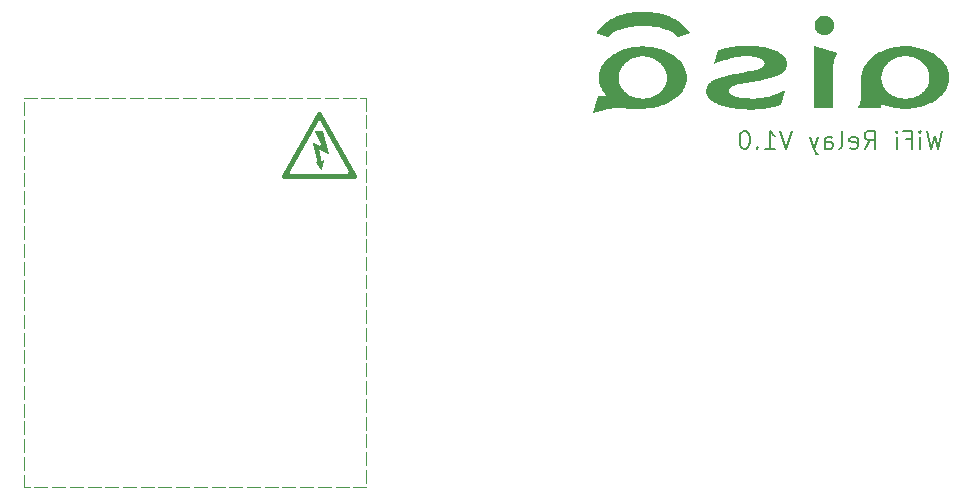
<source format=gbo>
%TF.GenerationSoftware,KiCad,Pcbnew,8.0.2*%
%TF.CreationDate,2024-05-13T19:00:29+03:00*%
%TF.ProjectId,WiFiRelay,57694669-5265-46c6-9179-2e6b69636164,rev?*%
%TF.SameCoordinates,Original*%
%TF.FileFunction,Legend,Bot*%
%TF.FilePolarity,Positive*%
%FSLAX46Y46*%
G04 Gerber Fmt 4.6, Leading zero omitted, Abs format (unit mm)*
G04 Created by KiCad (PCBNEW 8.0.2) date 2024-05-13 19:00:29*
%MOMM*%
%LPD*%
G01*
G04 APERTURE LIST*
%ADD10C,0.200000*%
%ADD11C,0.000000*%
%ADD12C,0.100000*%
%ADD13C,0.400000*%
%ADD14C,0.101600*%
G04 APERTURE END LIST*
D10*
X143755810Y-96806028D02*
X143398667Y-98306028D01*
X143398667Y-98306028D02*
X143112953Y-97234600D01*
X143112953Y-97234600D02*
X142827238Y-98306028D01*
X142827238Y-98306028D02*
X142470096Y-96806028D01*
X141898667Y-98306028D02*
X141898667Y-97306028D01*
X141898667Y-96806028D02*
X141970095Y-96877457D01*
X141970095Y-96877457D02*
X141898667Y-96948885D01*
X141898667Y-96948885D02*
X141827238Y-96877457D01*
X141827238Y-96877457D02*
X141898667Y-96806028D01*
X141898667Y-96806028D02*
X141898667Y-96948885D01*
X140684381Y-97520314D02*
X141184381Y-97520314D01*
X141184381Y-98306028D02*
X141184381Y-96806028D01*
X141184381Y-96806028D02*
X140470095Y-96806028D01*
X139898667Y-98306028D02*
X139898667Y-97306028D01*
X139898667Y-96806028D02*
X139970095Y-96877457D01*
X139970095Y-96877457D02*
X139898667Y-96948885D01*
X139898667Y-96948885D02*
X139827238Y-96877457D01*
X139827238Y-96877457D02*
X139898667Y-96806028D01*
X139898667Y-96806028D02*
X139898667Y-96948885D01*
X137184381Y-98306028D02*
X137684381Y-97591742D01*
X138041524Y-98306028D02*
X138041524Y-96806028D01*
X138041524Y-96806028D02*
X137470095Y-96806028D01*
X137470095Y-96806028D02*
X137327238Y-96877457D01*
X137327238Y-96877457D02*
X137255809Y-96948885D01*
X137255809Y-96948885D02*
X137184381Y-97091742D01*
X137184381Y-97091742D02*
X137184381Y-97306028D01*
X137184381Y-97306028D02*
X137255809Y-97448885D01*
X137255809Y-97448885D02*
X137327238Y-97520314D01*
X137327238Y-97520314D02*
X137470095Y-97591742D01*
X137470095Y-97591742D02*
X138041524Y-97591742D01*
X135970095Y-98234600D02*
X136112952Y-98306028D01*
X136112952Y-98306028D02*
X136398667Y-98306028D01*
X136398667Y-98306028D02*
X136541524Y-98234600D01*
X136541524Y-98234600D02*
X136612952Y-98091742D01*
X136612952Y-98091742D02*
X136612952Y-97520314D01*
X136612952Y-97520314D02*
X136541524Y-97377457D01*
X136541524Y-97377457D02*
X136398667Y-97306028D01*
X136398667Y-97306028D02*
X136112952Y-97306028D01*
X136112952Y-97306028D02*
X135970095Y-97377457D01*
X135970095Y-97377457D02*
X135898667Y-97520314D01*
X135898667Y-97520314D02*
X135898667Y-97663171D01*
X135898667Y-97663171D02*
X136612952Y-97806028D01*
X135041524Y-98306028D02*
X135184381Y-98234600D01*
X135184381Y-98234600D02*
X135255810Y-98091742D01*
X135255810Y-98091742D02*
X135255810Y-96806028D01*
X133827239Y-98306028D02*
X133827239Y-97520314D01*
X133827239Y-97520314D02*
X133898667Y-97377457D01*
X133898667Y-97377457D02*
X134041524Y-97306028D01*
X134041524Y-97306028D02*
X134327239Y-97306028D01*
X134327239Y-97306028D02*
X134470096Y-97377457D01*
X133827239Y-98234600D02*
X133970096Y-98306028D01*
X133970096Y-98306028D02*
X134327239Y-98306028D01*
X134327239Y-98306028D02*
X134470096Y-98234600D01*
X134470096Y-98234600D02*
X134541524Y-98091742D01*
X134541524Y-98091742D02*
X134541524Y-97948885D01*
X134541524Y-97948885D02*
X134470096Y-97806028D01*
X134470096Y-97806028D02*
X134327239Y-97734600D01*
X134327239Y-97734600D02*
X133970096Y-97734600D01*
X133970096Y-97734600D02*
X133827239Y-97663171D01*
X133255810Y-97306028D02*
X132898667Y-98306028D01*
X132541524Y-97306028D02*
X132898667Y-98306028D01*
X132898667Y-98306028D02*
X133041524Y-98663171D01*
X133041524Y-98663171D02*
X133112953Y-98734600D01*
X133112953Y-98734600D02*
X133255810Y-98806028D01*
X131041524Y-96806028D02*
X130541524Y-98306028D01*
X130541524Y-98306028D02*
X130041524Y-96806028D01*
X128755810Y-98306028D02*
X129612953Y-98306028D01*
X129184382Y-98306028D02*
X129184382Y-96806028D01*
X129184382Y-96806028D02*
X129327239Y-97020314D01*
X129327239Y-97020314D02*
X129470096Y-97163171D01*
X129470096Y-97163171D02*
X129612953Y-97234600D01*
X128112954Y-98163171D02*
X128041525Y-98234600D01*
X128041525Y-98234600D02*
X128112954Y-98306028D01*
X128112954Y-98306028D02*
X128184382Y-98234600D01*
X128184382Y-98234600D02*
X128112954Y-98163171D01*
X128112954Y-98163171D02*
X128112954Y-98306028D01*
X127112953Y-96806028D02*
X126970096Y-96806028D01*
X126970096Y-96806028D02*
X126827239Y-96877457D01*
X126827239Y-96877457D02*
X126755811Y-96948885D01*
X126755811Y-96948885D02*
X126684382Y-97091742D01*
X126684382Y-97091742D02*
X126612953Y-97377457D01*
X126612953Y-97377457D02*
X126612953Y-97734600D01*
X126612953Y-97734600D02*
X126684382Y-98020314D01*
X126684382Y-98020314D02*
X126755811Y-98163171D01*
X126755811Y-98163171D02*
X126827239Y-98234600D01*
X126827239Y-98234600D02*
X126970096Y-98306028D01*
X126970096Y-98306028D02*
X127112953Y-98306028D01*
X127112953Y-98306028D02*
X127255811Y-98234600D01*
X127255811Y-98234600D02*
X127327239Y-98163171D01*
X127327239Y-98163171D02*
X127398668Y-98020314D01*
X127398668Y-98020314D02*
X127470096Y-97734600D01*
X127470096Y-97734600D02*
X127470096Y-97377457D01*
X127470096Y-97377457D02*
X127398668Y-97091742D01*
X127398668Y-97091742D02*
X127327239Y-96948885D01*
X127327239Y-96948885D02*
X127255811Y-96877457D01*
X127255811Y-96877457D02*
X127112953Y-96806028D01*
D11*
G36*
X144358138Y-92293074D02*
G01*
X144353316Y-92429516D01*
X144339005Y-92564070D01*
X144315438Y-92696578D01*
X144282848Y-92826877D01*
X144241469Y-92954807D01*
X144191534Y-93080208D01*
X144133275Y-93202918D01*
X144066926Y-93322778D01*
X143992720Y-93439625D01*
X143910890Y-93553300D01*
X143821669Y-93663642D01*
X143725291Y-93770490D01*
X143621988Y-93873683D01*
X143511994Y-93973060D01*
X143395542Y-94068462D01*
X143272865Y-94159726D01*
X143144195Y-94246693D01*
X143009767Y-94329202D01*
X142869813Y-94407091D01*
X142724566Y-94480201D01*
X142574260Y-94548370D01*
X142419128Y-94611437D01*
X142259402Y-94669243D01*
X142095316Y-94721626D01*
X141927104Y-94768425D01*
X141754997Y-94809480D01*
X141579230Y-94844630D01*
X141400035Y-94873715D01*
X141217646Y-94896573D01*
X141032296Y-94913044D01*
X140844217Y-94922967D01*
X140653643Y-94926181D01*
X140653643Y-94928245D01*
X140514675Y-94926409D01*
X140377039Y-94920971D01*
X140240782Y-94912032D01*
X140105951Y-94899697D01*
X139972592Y-94884067D01*
X139840752Y-94865247D01*
X139710479Y-94843339D01*
X139581818Y-94818445D01*
X139454817Y-94790670D01*
X139329523Y-94760116D01*
X139205982Y-94726885D01*
X139084241Y-94691081D01*
X138846346Y-94612166D01*
X138616214Y-94524194D01*
X138616214Y-94892367D01*
X136546543Y-94892367D01*
X136553504Y-94878945D01*
X136566985Y-94858217D01*
X136609781Y-94795262D01*
X136637233Y-94753247D01*
X136667480Y-94704349D01*
X136699589Y-94648672D01*
X136732630Y-94586322D01*
X136765671Y-94517406D01*
X136781900Y-94480518D01*
X136797780Y-94442028D01*
X136813195Y-94401949D01*
X136828027Y-94360294D01*
X136842161Y-94317077D01*
X136855479Y-94272311D01*
X136867866Y-94226009D01*
X136879206Y-94178183D01*
X136889381Y-94128848D01*
X136898275Y-94078017D01*
X136905772Y-94025703D01*
X136911756Y-93971918D01*
X136916110Y-93916677D01*
X136918717Y-93859992D01*
X136923908Y-93728173D01*
X136926345Y-93521135D01*
X136925497Y-92994693D01*
X136918717Y-92285359D01*
X136918415Y-92285065D01*
X136918426Y-92284772D01*
X138618024Y-92284772D01*
X138620630Y-92376158D01*
X138628367Y-92466411D01*
X138641114Y-92555413D01*
X138658751Y-92643049D01*
X138681156Y-92729203D01*
X138708209Y-92813760D01*
X138739789Y-92896602D01*
X138775775Y-92977615D01*
X138816046Y-93056683D01*
X138860482Y-93133689D01*
X138908961Y-93208518D01*
X138961364Y-93281054D01*
X139017568Y-93351181D01*
X139077453Y-93418783D01*
X139140899Y-93483745D01*
X139207784Y-93545950D01*
X139277988Y-93605283D01*
X139351390Y-93661627D01*
X139427869Y-93714868D01*
X139507304Y-93764888D01*
X139589574Y-93811573D01*
X139674559Y-93854806D01*
X139762138Y-93894472D01*
X139852189Y-93930454D01*
X139944593Y-93962636D01*
X140039228Y-93990904D01*
X140135973Y-94015141D01*
X140234708Y-94035231D01*
X140335312Y-94051058D01*
X140437663Y-94062506D01*
X140541642Y-94069460D01*
X140647127Y-94071804D01*
X140653342Y-94071804D01*
X140757077Y-94069472D01*
X140859530Y-94062550D01*
X140960567Y-94051149D01*
X141060058Y-94035382D01*
X141157870Y-94015360D01*
X141253872Y-93991195D01*
X141347932Y-93963000D01*
X141439917Y-93930884D01*
X141529697Y-93894962D01*
X141617139Y-93855343D01*
X141702112Y-93812141D01*
X141784484Y-93765466D01*
X141864122Y-93715432D01*
X141940896Y-93662148D01*
X142014672Y-93605728D01*
X142085320Y-93546283D01*
X142152708Y-93483924D01*
X142216703Y-93418764D01*
X142277175Y-93350914D01*
X142333990Y-93280487D01*
X142387018Y-93207594D01*
X142436127Y-93132346D01*
X142481184Y-93054856D01*
X142522057Y-92975235D01*
X142558616Y-92893595D01*
X142590728Y-92810048D01*
X142618262Y-92724706D01*
X142641084Y-92637680D01*
X142659065Y-92549082D01*
X142672072Y-92459025D01*
X142679972Y-92367619D01*
X142682635Y-92274977D01*
X142679966Y-92182335D01*
X142672048Y-92090929D01*
X142659015Y-92000872D01*
X142640998Y-91912275D01*
X142618131Y-91825249D01*
X142590547Y-91739907D01*
X142558379Y-91656360D01*
X142521760Y-91574721D01*
X142480823Y-91495100D01*
X142435701Y-91417610D01*
X142386527Y-91342363D01*
X142333434Y-91269469D01*
X142276554Y-91199042D01*
X142216021Y-91131193D01*
X142151969Y-91066033D01*
X142084529Y-91003675D01*
X142013834Y-90944230D01*
X141940019Y-90887810D01*
X141863215Y-90834527D01*
X141783556Y-90784493D01*
X141701174Y-90737818D01*
X141616204Y-90694616D01*
X141528777Y-90654998D01*
X141439027Y-90619076D01*
X141347086Y-90586961D01*
X141253088Y-90558765D01*
X141157165Y-90534601D01*
X141059452Y-90514579D01*
X140960079Y-90498812D01*
X140859182Y-90487412D01*
X140756891Y-90480489D01*
X140653342Y-90478157D01*
X140649484Y-90478157D01*
X140543967Y-90480557D01*
X140439946Y-90487675D01*
X140337543Y-90499387D01*
X140236880Y-90515572D01*
X140138078Y-90536105D01*
X140041259Y-90560864D01*
X139946544Y-90589725D01*
X139854055Y-90622566D01*
X139763913Y-90659264D01*
X139676240Y-90699695D01*
X139591157Y-90743737D01*
X139508786Y-90791267D01*
X139429249Y-90842161D01*
X139352667Y-90896296D01*
X139279161Y-90953550D01*
X139208853Y-91013799D01*
X139141865Y-91076921D01*
X139078317Y-91142792D01*
X139018333Y-91211290D01*
X138962032Y-91282290D01*
X138909537Y-91355671D01*
X138860969Y-91431309D01*
X138816451Y-91509082D01*
X138776102Y-91588865D01*
X138740045Y-91670537D01*
X138708401Y-91753973D01*
X138681292Y-91839052D01*
X138658840Y-91925650D01*
X138641165Y-92013644D01*
X138628390Y-92102911D01*
X138620636Y-92193328D01*
X138618024Y-92284772D01*
X136918426Y-92284772D01*
X136923301Y-92149671D01*
X136937798Y-92015983D01*
X136961666Y-91884171D01*
X136994666Y-91754406D01*
X137036559Y-91626857D01*
X137087105Y-91501695D01*
X137146064Y-91379089D01*
X137213196Y-91259210D01*
X137288262Y-91142226D01*
X137371022Y-91028309D01*
X137461237Y-90917628D01*
X137558666Y-90810354D01*
X137663071Y-90706655D01*
X137774211Y-90606702D01*
X137891848Y-90510666D01*
X138015741Y-90418715D01*
X138145650Y-90331021D01*
X138281337Y-90247752D01*
X138422561Y-90169079D01*
X138569082Y-90095172D01*
X138720662Y-90026201D01*
X138877061Y-89962336D01*
X139038038Y-89903747D01*
X139203355Y-89850603D01*
X139372771Y-89803075D01*
X139546047Y-89761332D01*
X139722943Y-89725546D01*
X139903220Y-89695884D01*
X140086638Y-89672519D01*
X140272957Y-89655618D01*
X140461939Y-89645353D01*
X140653342Y-89641894D01*
X141032047Y-89655575D01*
X141399833Y-89695730D01*
X141754835Y-89761029D01*
X142095189Y-89850144D01*
X142419030Y-89961744D01*
X142724492Y-90094500D01*
X143009713Y-90247082D01*
X143272827Y-90418160D01*
X143511969Y-90606404D01*
X143725275Y-90810485D01*
X143821657Y-90918048D01*
X143910881Y-91029072D01*
X143992713Y-91143391D01*
X144066921Y-91260837D01*
X144133272Y-91381246D01*
X144191532Y-91504450D01*
X144241468Y-91630283D01*
X144282848Y-91758580D01*
X144315438Y-91889173D01*
X144339005Y-92021898D01*
X144353316Y-92156587D01*
X144357499Y-92274977D01*
X144358138Y-92293074D01*
G37*
G36*
X127643889Y-89614310D02*
G01*
X127984298Y-89634000D01*
X128148453Y-89648768D01*
X128308605Y-89666817D01*
X128464778Y-89688148D01*
X128616995Y-89712761D01*
X128765278Y-89740655D01*
X128909650Y-89771832D01*
X129050134Y-89806290D01*
X129186753Y-89844030D01*
X129319530Y-89885051D01*
X129448487Y-89929355D01*
X129573649Y-89976940D01*
X129695037Y-90027807D01*
X129807581Y-90081522D01*
X129913082Y-90137604D01*
X130011509Y-90195979D01*
X130102833Y-90256575D01*
X130187023Y-90319317D01*
X130264050Y-90384133D01*
X130333883Y-90450949D01*
X130396492Y-90519691D01*
X130451849Y-90590286D01*
X130499921Y-90662661D01*
X130540680Y-90736742D01*
X130574096Y-90812455D01*
X130600138Y-90889728D01*
X130610385Y-90928926D01*
X130618777Y-90968487D01*
X130625311Y-91008400D01*
X130629982Y-91048657D01*
X130632788Y-91089249D01*
X130633724Y-91130167D01*
X130633049Y-91165931D01*
X130631028Y-91201197D01*
X130627663Y-91235972D01*
X130622958Y-91270261D01*
X130616917Y-91304072D01*
X130609544Y-91337409D01*
X130600842Y-91370280D01*
X130590815Y-91402691D01*
X130579466Y-91434647D01*
X130566799Y-91466156D01*
X130552818Y-91497223D01*
X130537527Y-91527855D01*
X130503026Y-91587838D01*
X130463326Y-91646154D01*
X130418457Y-91702854D01*
X130368447Y-91757988D01*
X130313324Y-91811604D01*
X130253120Y-91863754D01*
X130187861Y-91914488D01*
X130117578Y-91963855D01*
X130042299Y-92011905D01*
X129962054Y-92058688D01*
X129873204Y-92104276D01*
X129772771Y-92149486D01*
X129660751Y-92194315D01*
X129537139Y-92238758D01*
X129401930Y-92282815D01*
X129255118Y-92326481D01*
X129096698Y-92369753D01*
X128926666Y-92412628D01*
X128745016Y-92455104D01*
X128551742Y-92497177D01*
X128130306Y-92580102D01*
X127662317Y-92661381D01*
X127147733Y-92740987D01*
X126956314Y-92768777D01*
X126779484Y-92799385D01*
X126617059Y-92832435D01*
X126468860Y-92867546D01*
X126334702Y-92904340D01*
X126214403Y-92942438D01*
X126107782Y-92981461D01*
X126014656Y-93021031D01*
X125972844Y-93043907D01*
X125933948Y-93066869D01*
X125897936Y-93089994D01*
X125864779Y-93113361D01*
X125834447Y-93137048D01*
X125806909Y-93161133D01*
X125782137Y-93185694D01*
X125760100Y-93210810D01*
X125740768Y-93236559D01*
X125724111Y-93263018D01*
X125716776Y-93276539D01*
X125710098Y-93290267D01*
X125704075Y-93304211D01*
X125698701Y-93318382D01*
X125693973Y-93332790D01*
X125689888Y-93347444D01*
X125686442Y-93362353D01*
X125683631Y-93377529D01*
X125679899Y-93408716D01*
X125678661Y-93441083D01*
X125679129Y-93458804D01*
X125680532Y-93475941D01*
X125682870Y-93492524D01*
X125686144Y-93508581D01*
X125690351Y-93524141D01*
X125695493Y-93539232D01*
X125701568Y-93553884D01*
X125708577Y-93568125D01*
X125716519Y-93581983D01*
X125725393Y-93595487D01*
X125735200Y-93608667D01*
X125745939Y-93621550D01*
X125757610Y-93634166D01*
X125770212Y-93646542D01*
X125783746Y-93658708D01*
X125798210Y-93670693D01*
X125813604Y-93682524D01*
X125829929Y-93694232D01*
X125847183Y-93705843D01*
X125865367Y-93717388D01*
X125904521Y-93740391D01*
X125947389Y-93763471D01*
X125993968Y-93786857D01*
X126044255Y-93810778D01*
X126098248Y-93835463D01*
X126155944Y-93861143D01*
X126216757Y-93883395D01*
X126280057Y-93904410D01*
X126345818Y-93924160D01*
X126414013Y-93942618D01*
X126484615Y-93959756D01*
X126557599Y-93975548D01*
X126632938Y-93989965D01*
X126710606Y-94002981D01*
X126790575Y-94014569D01*
X126872821Y-94024700D01*
X126957316Y-94033347D01*
X127044034Y-94040484D01*
X127132949Y-94046082D01*
X127224033Y-94050115D01*
X127317262Y-94052554D01*
X127412608Y-94053374D01*
X127458179Y-94059347D01*
X127502378Y-94063836D01*
X127545380Y-94067053D01*
X127587363Y-94069209D01*
X127628500Y-94070517D01*
X127668969Y-94071188D01*
X127748603Y-94071471D01*
X127899562Y-94069834D01*
X128047470Y-94064769D01*
X128192520Y-94056047D01*
X128334906Y-94043438D01*
X128474822Y-94026713D01*
X128612460Y-94005644D01*
X128748015Y-93979999D01*
X128881680Y-93949551D01*
X129047109Y-93907404D01*
X129244572Y-93849602D01*
X129462854Y-93779987D01*
X129690740Y-93702401D01*
X129917015Y-93620685D01*
X130130464Y-93538681D01*
X130319872Y-93460229D01*
X130474023Y-93389172D01*
X130119931Y-94597735D01*
X129763576Y-94709528D01*
X129671920Y-94736947D01*
X129579595Y-94762882D01*
X129486778Y-94786696D01*
X129393649Y-94807753D01*
X129171987Y-94851109D01*
X128945594Y-94889361D01*
X128714685Y-94922299D01*
X128479478Y-94949716D01*
X128240189Y-94971403D01*
X127997035Y-94987151D01*
X127750233Y-94996753D01*
X127500000Y-95000000D01*
X127067785Y-94992628D01*
X126660671Y-94970669D01*
X126278863Y-94934358D01*
X126097511Y-94910896D01*
X125922561Y-94883934D01*
X125754039Y-94853502D01*
X125591970Y-94819631D01*
X125436378Y-94782349D01*
X125287291Y-94741686D01*
X125144732Y-94697672D01*
X125008727Y-94650336D01*
X124879302Y-94599707D01*
X124756482Y-94545816D01*
X124637548Y-94486276D01*
X124526500Y-94425447D01*
X124423309Y-94363306D01*
X124327946Y-94299829D01*
X124240380Y-94234992D01*
X124160584Y-94168772D01*
X124088526Y-94101147D01*
X124024178Y-94032091D01*
X123967511Y-93961583D01*
X123918495Y-93889598D01*
X123877101Y-93816113D01*
X123843298Y-93741104D01*
X123817059Y-93664549D01*
X123798353Y-93586423D01*
X123787151Y-93506704D01*
X123783423Y-93425367D01*
X123784939Y-93360021D01*
X123790274Y-93296751D01*
X123799447Y-93235473D01*
X123812479Y-93176100D01*
X123829389Y-93118547D01*
X123850198Y-93062728D01*
X123874924Y-93008558D01*
X123903589Y-92955951D01*
X123936211Y-92904821D01*
X123972811Y-92855084D01*
X124013409Y-92806653D01*
X124058024Y-92759442D01*
X124106676Y-92713366D01*
X124159386Y-92668340D01*
X124216173Y-92624278D01*
X124277057Y-92581095D01*
X124276739Y-92581095D01*
X124348242Y-92538115D01*
X124436733Y-92494654D01*
X124542188Y-92450609D01*
X124664581Y-92405872D01*
X124803887Y-92360339D01*
X124960079Y-92313906D01*
X125133133Y-92266466D01*
X125323022Y-92217914D01*
X125753205Y-92117056D01*
X126250425Y-92010490D01*
X126814475Y-91897374D01*
X127445153Y-91776867D01*
X127616905Y-91749042D01*
X127774220Y-91718186D01*
X127917484Y-91684465D01*
X128047082Y-91648047D01*
X128106878Y-91628879D01*
X128163402Y-91609098D01*
X128216702Y-91588727D01*
X128266828Y-91567785D01*
X128313827Y-91546294D01*
X128357747Y-91524275D01*
X128398637Y-91501748D01*
X128436545Y-91478735D01*
X128468740Y-91455861D01*
X128499265Y-91432928D01*
X128528064Y-91409884D01*
X128555082Y-91386677D01*
X128580262Y-91363255D01*
X128603547Y-91339564D01*
X128624882Y-91315554D01*
X128644210Y-91291172D01*
X128661475Y-91266366D01*
X128676620Y-91241084D01*
X128689590Y-91215274D01*
X128695242Y-91202154D01*
X128700328Y-91188882D01*
X128704843Y-91175453D01*
X128708778Y-91161859D01*
X128712127Y-91148093D01*
X128714883Y-91134150D01*
X128717039Y-91120023D01*
X128718587Y-91105705D01*
X128719522Y-91091189D01*
X128719835Y-91076470D01*
X128719472Y-91060245D01*
X128718381Y-91044220D01*
X128716554Y-91028395D01*
X128713985Y-91012769D01*
X128710666Y-90997344D01*
X128706592Y-90982118D01*
X128701755Y-90967093D01*
X128696149Y-90952267D01*
X128689766Y-90937641D01*
X128682602Y-90923215D01*
X128674647Y-90908989D01*
X128665897Y-90894962D01*
X128656343Y-90881136D01*
X128645980Y-90867509D01*
X128634801Y-90854083D01*
X128622799Y-90840856D01*
X128609967Y-90827829D01*
X128596299Y-90815002D01*
X128581787Y-90802375D01*
X128566426Y-90789948D01*
X128550208Y-90777720D01*
X128533126Y-90765693D01*
X128515175Y-90753865D01*
X128496347Y-90742237D01*
X128456034Y-90719581D01*
X128412134Y-90697725D01*
X128364592Y-90676667D01*
X128313355Y-90656410D01*
X128262383Y-90634362D01*
X128208932Y-90613923D01*
X128153031Y-90595066D01*
X128094711Y-90577766D01*
X128033999Y-90561998D01*
X127970926Y-90547735D01*
X127905520Y-90534952D01*
X127837810Y-90523623D01*
X127767826Y-90513723D01*
X127695597Y-90505227D01*
X127621152Y-90498107D01*
X127544521Y-90492340D01*
X127465731Y-90487899D01*
X127384814Y-90484758D01*
X127301797Y-90482893D01*
X127216710Y-90482277D01*
X127065065Y-90483914D01*
X126915150Y-90488979D01*
X126767207Y-90497702D01*
X126621478Y-90510311D01*
X126478204Y-90527036D01*
X126337628Y-90548107D01*
X126199991Y-90573754D01*
X126065535Y-90604205D01*
X125900130Y-90645659D01*
X125702678Y-90701617D01*
X125484397Y-90768588D01*
X125256506Y-90843082D01*
X125030222Y-90921608D01*
X124816763Y-91000676D01*
X124627347Y-91076796D01*
X124473193Y-91146479D01*
X124808949Y-89974110D01*
X124876547Y-89948669D01*
X124946950Y-89924709D01*
X125019536Y-89902015D01*
X125093687Y-89880370D01*
X125244205Y-89839368D01*
X125393546Y-89799977D01*
X125613724Y-89756713D01*
X125836512Y-89718506D01*
X126062967Y-89685576D01*
X126294145Y-89658142D01*
X126531101Y-89636423D01*
X126774891Y-89620638D01*
X127026570Y-89611006D01*
X127287196Y-89607747D01*
X127643889Y-89614310D01*
G37*
G36*
X134899337Y-90199884D02*
G01*
X134895761Y-90207532D01*
X134885617Y-90223558D01*
X134849134Y-90279935D01*
X134824550Y-90319882D01*
X134796907Y-90367399D01*
X134767082Y-90422283D01*
X134735954Y-90484332D01*
X134704398Y-90553345D01*
X134688734Y-90590400D01*
X134673293Y-90629119D01*
X134658183Y-90669478D01*
X134643515Y-90711452D01*
X134629398Y-90755015D01*
X134615943Y-90800142D01*
X134603257Y-90846808D01*
X134591452Y-90894987D01*
X134580637Y-90944655D01*
X134570921Y-90995785D01*
X134562414Y-91048353D01*
X134555226Y-91102334D01*
X134549467Y-91157702D01*
X134545246Y-91214431D01*
X134545246Y-94855855D01*
X132934568Y-94855855D01*
X132934568Y-89605691D01*
X134899337Y-90199884D01*
G37*
G36*
X133827167Y-87067730D02*
G01*
X133869129Y-87070222D01*
X133910246Y-87074408D01*
X133950521Y-87080314D01*
X133989956Y-87087968D01*
X134028553Y-87097394D01*
X134066316Y-87108621D01*
X134103246Y-87121674D01*
X134139346Y-87136580D01*
X134174620Y-87153365D01*
X134209069Y-87172057D01*
X134242695Y-87192680D01*
X134275503Y-87215263D01*
X134307493Y-87239831D01*
X134338669Y-87266411D01*
X134369033Y-87295030D01*
X134400804Y-87327912D01*
X134430161Y-87361255D01*
X134457153Y-87395052D01*
X134481831Y-87429298D01*
X134504246Y-87463987D01*
X134524448Y-87499114D01*
X134542486Y-87534673D01*
X134558412Y-87570658D01*
X134572276Y-87607064D01*
X134584128Y-87643884D01*
X134594018Y-87681114D01*
X134601998Y-87718748D01*
X134608116Y-87756779D01*
X134612424Y-87795203D01*
X134614972Y-87834013D01*
X134615810Y-87873205D01*
X134614972Y-87915554D01*
X134612424Y-87957059D01*
X134608116Y-87997723D01*
X134601998Y-88037549D01*
X134594018Y-88076541D01*
X134584128Y-88114702D01*
X134572276Y-88152036D01*
X134558412Y-88188546D01*
X134542486Y-88224235D01*
X134524448Y-88259107D01*
X134504246Y-88293166D01*
X134481831Y-88326415D01*
X134457153Y-88358858D01*
X134430161Y-88390497D01*
X134400804Y-88421337D01*
X134369033Y-88451380D01*
X134338669Y-88482818D01*
X134307493Y-88511866D01*
X134275503Y-88538573D01*
X134242695Y-88562989D01*
X134209069Y-88585166D01*
X134174620Y-88605151D01*
X134139346Y-88622996D01*
X134103246Y-88638751D01*
X134066316Y-88652464D01*
X134028553Y-88664188D01*
X133989956Y-88673970D01*
X133950521Y-88681862D01*
X133910246Y-88687913D01*
X133869129Y-88692173D01*
X133827167Y-88694693D01*
X133784357Y-88695522D01*
X133741560Y-88694693D01*
X133699607Y-88692173D01*
X133658497Y-88687913D01*
X133618227Y-88681862D01*
X133578795Y-88673970D01*
X133540199Y-88664188D01*
X133502437Y-88652464D01*
X133465507Y-88638751D01*
X133429407Y-88622996D01*
X133394134Y-88605151D01*
X133359687Y-88585166D01*
X133326063Y-88562989D01*
X133293260Y-88538573D01*
X133261277Y-88511866D01*
X133230111Y-88482818D01*
X133199759Y-88451380D01*
X133167988Y-88421337D01*
X133138632Y-88390497D01*
X133111640Y-88358858D01*
X133086962Y-88326415D01*
X133064547Y-88293166D01*
X133044346Y-88259107D01*
X133026307Y-88224235D01*
X133010381Y-88188546D01*
X132996518Y-88152036D01*
X132984666Y-88114702D01*
X132974775Y-88076541D01*
X132966796Y-88037549D01*
X132960678Y-87997723D01*
X132956370Y-87957059D01*
X132953822Y-87915554D01*
X132952984Y-87873205D01*
X132953822Y-87830855D01*
X132956370Y-87789350D01*
X132960678Y-87748686D01*
X132966796Y-87708860D01*
X132974775Y-87669868D01*
X132984666Y-87631707D01*
X132996518Y-87594374D01*
X133010381Y-87557864D01*
X133026307Y-87522175D01*
X133044346Y-87487302D01*
X133064547Y-87453244D01*
X133086962Y-87419995D01*
X133111640Y-87387552D01*
X133138632Y-87355913D01*
X133167988Y-87325074D01*
X133199759Y-87295030D01*
X133226929Y-87266411D01*
X133255338Y-87239831D01*
X133284989Y-87215263D01*
X133315882Y-87192680D01*
X133348022Y-87172057D01*
X133381409Y-87153365D01*
X133416046Y-87136580D01*
X133451934Y-87121674D01*
X133489076Y-87108621D01*
X133527475Y-87097394D01*
X133567131Y-87087968D01*
X133608048Y-87080314D01*
X133650226Y-87074408D01*
X133693669Y-87070222D01*
X133738379Y-87067730D01*
X133784357Y-87066905D01*
X133827167Y-87067730D01*
G37*
G36*
X122138942Y-92416077D02*
G01*
X122124597Y-92549600D01*
X122100974Y-92681149D01*
X122068306Y-92810566D01*
X122026826Y-92937691D01*
X121976769Y-93062365D01*
X121918367Y-93184429D01*
X121851854Y-93303723D01*
X121777464Y-93420088D01*
X121695429Y-93533364D01*
X121605983Y-93643394D01*
X121509360Y-93750016D01*
X121405793Y-93853073D01*
X121295516Y-93952405D01*
X121178761Y-94047852D01*
X121055762Y-94139255D01*
X120926754Y-94226456D01*
X120791968Y-94309294D01*
X120651639Y-94387611D01*
X120505999Y-94461247D01*
X120355283Y-94530043D01*
X120199724Y-94593840D01*
X120039555Y-94652478D01*
X119875009Y-94705799D01*
X119706321Y-94753643D01*
X119533723Y-94795850D01*
X119357448Y-94832262D01*
X119177731Y-94862719D01*
X118994805Y-94887062D01*
X118808902Y-94905132D01*
X118620258Y-94916770D01*
X118429104Y-94921815D01*
X117613607Y-94925705D01*
X117242594Y-94920377D01*
X116810480Y-94909988D01*
X116341918Y-94902934D01*
X116101674Y-94903280D01*
X115861562Y-94907607D01*
X115741688Y-94917455D01*
X115616117Y-94932985D01*
X115486555Y-94953353D01*
X115354704Y-94977720D01*
X115090956Y-95035084D01*
X114838507Y-95098345D01*
X114214370Y-95275748D01*
X114639267Y-93875248D01*
X114639267Y-93875541D01*
X115418255Y-93875541D01*
X115418255Y-93857444D01*
X115334232Y-93774425D01*
X115254492Y-93688954D01*
X115179193Y-93601116D01*
X115108490Y-93510997D01*
X115042542Y-93418683D01*
X114981506Y-93324259D01*
X114925537Y-93227811D01*
X114874793Y-93129425D01*
X114829431Y-93029186D01*
X114789608Y-92927179D01*
X114755482Y-92823491D01*
X114727208Y-92718206D01*
X114704944Y-92611411D01*
X114688846Y-92503191D01*
X114679073Y-92393632D01*
X114675789Y-92283113D01*
X116375356Y-92283113D01*
X116378031Y-92376059D01*
X116385968Y-92467660D01*
X116399033Y-92557808D01*
X116417093Y-92646400D01*
X116440016Y-92733330D01*
X116467668Y-92818493D01*
X116499916Y-92901784D01*
X116536627Y-92983097D01*
X116577669Y-93062327D01*
X116622907Y-93139369D01*
X116672210Y-93214118D01*
X116725443Y-93286468D01*
X116782474Y-93356315D01*
X116843170Y-93423553D01*
X116907398Y-93488077D01*
X116975024Y-93549781D01*
X117045916Y-93608561D01*
X117119941Y-93664311D01*
X117196965Y-93716927D01*
X117276855Y-93766302D01*
X117359479Y-93812331D01*
X117444703Y-93854911D01*
X117532395Y-93893934D01*
X117622420Y-93929296D01*
X117714647Y-93960892D01*
X117808942Y-93988617D01*
X117905172Y-94012365D01*
X118003204Y-94032031D01*
X118102905Y-94047510D01*
X118204141Y-94058697D01*
X118306781Y-94065486D01*
X118410690Y-94067772D01*
X118516026Y-94065430D01*
X118619900Y-94058478D01*
X118722189Y-94047034D01*
X118822769Y-94031212D01*
X118921518Y-94011129D01*
X119018312Y-93986900D01*
X119113026Y-93958642D01*
X119205539Y-93926469D01*
X119295726Y-93890498D01*
X119383463Y-93850844D01*
X119468628Y-93807624D01*
X119551097Y-93760952D01*
X119630747Y-93710945D01*
X119707454Y-93657718D01*
X119781094Y-93601388D01*
X119851544Y-93542069D01*
X119918682Y-93479878D01*
X119982382Y-93414930D01*
X120042522Y-93347342D01*
X120098979Y-93277228D01*
X120151628Y-93204705D01*
X120200347Y-93129889D01*
X120245012Y-93052894D01*
X120285500Y-92973838D01*
X120321686Y-92892835D01*
X120353449Y-92810002D01*
X120380663Y-92725453D01*
X120403206Y-92639306D01*
X120420955Y-92551676D01*
X120433785Y-92462677D01*
X120441574Y-92372427D01*
X120444198Y-92281041D01*
X120441575Y-92189660D01*
X120433789Y-92099427D01*
X120420962Y-92010456D01*
X120403219Y-91922863D01*
X120380683Y-91836762D01*
X120353476Y-91752269D01*
X120321722Y-91669498D01*
X120285544Y-91588565D01*
X120245066Y-91509584D01*
X120200411Y-91432671D01*
X120151702Y-91357940D01*
X120099063Y-91285506D01*
X120042616Y-91215485D01*
X119982485Y-91147992D01*
X119918793Y-91083140D01*
X119851664Y-91021046D01*
X119781220Y-90961825D01*
X119707586Y-90905591D01*
X119630884Y-90852459D01*
X119551237Y-90802545D01*
X119468770Y-90755962D01*
X119383604Y-90712828D01*
X119295864Y-90673255D01*
X119205673Y-90637360D01*
X119113154Y-90605257D01*
X119018430Y-90577062D01*
X118921624Y-90552889D01*
X118822861Y-90532853D01*
X118722262Y-90517069D01*
X118619952Y-90505653D01*
X118516054Y-90498719D01*
X118410690Y-90496382D01*
X118306781Y-90498674D01*
X118204141Y-90505480D01*
X118102905Y-90516695D01*
X118003204Y-90532212D01*
X117905172Y-90551925D01*
X117808942Y-90575728D01*
X117714647Y-90603516D01*
X117622420Y-90635181D01*
X117532395Y-90670619D01*
X117444703Y-90709724D01*
X117359479Y-90752389D01*
X117276855Y-90798508D01*
X117196965Y-90847975D01*
X117119941Y-90900685D01*
X117045916Y-90956532D01*
X116975024Y-91015409D01*
X116907398Y-91077210D01*
X116843170Y-91141830D01*
X116782474Y-91209163D01*
X116725443Y-91279102D01*
X116672210Y-91351542D01*
X116622907Y-91426376D01*
X116577669Y-91503499D01*
X116536627Y-91582805D01*
X116499916Y-91664188D01*
X116467668Y-91747541D01*
X116440016Y-91832759D01*
X116417093Y-91919736D01*
X116399033Y-92008366D01*
X116385968Y-92098543D01*
X116378031Y-92190160D01*
X116375356Y-92283113D01*
X114675789Y-92283113D01*
X114675780Y-92282819D01*
X114680666Y-92147477D01*
X114695163Y-92013940D01*
X114719031Y-91882372D01*
X114752032Y-91752938D01*
X114793925Y-91625799D01*
X114844471Y-91501119D01*
X114903430Y-91379062D01*
X114970563Y-91259791D01*
X115045629Y-91143470D01*
X115128390Y-91030260D01*
X115218605Y-90920327D01*
X115316035Y-90813833D01*
X115420440Y-90710942D01*
X115531580Y-90611817D01*
X115649217Y-90516621D01*
X115773110Y-90425518D01*
X115903019Y-90338670D01*
X116038706Y-90256242D01*
X116179929Y-90178397D01*
X116326451Y-90105297D01*
X116478030Y-90037107D01*
X116634428Y-89973990D01*
X116795404Y-89916108D01*
X116960719Y-89863626D01*
X117130134Y-89816707D01*
X117303409Y-89775513D01*
X117480303Y-89740209D01*
X117660578Y-89710958D01*
X117843994Y-89687922D01*
X118030311Y-89671266D01*
X118219290Y-89661153D01*
X118410690Y-89657745D01*
X118793730Y-89671243D01*
X119165396Y-89710868D01*
X119523846Y-89775321D01*
X119867241Y-89863301D01*
X120193740Y-89973507D01*
X120501504Y-90104639D01*
X120788691Y-90255396D01*
X121053461Y-90424478D01*
X121293974Y-90610583D01*
X121508389Y-90812412D01*
X121605235Y-90918816D01*
X121694867Y-91028663D01*
X121777054Y-91141791D01*
X121851566Y-91258037D01*
X121918174Y-91377238D01*
X121976647Y-91499232D01*
X122026756Y-91623856D01*
X122068270Y-91750947D01*
X122100958Y-91880344D01*
X122124592Y-92011884D01*
X122138942Y-92145403D01*
X122143776Y-92280740D01*
X122143765Y-92281041D01*
X122138942Y-92416077D01*
G37*
G36*
X118780009Y-86726411D02*
G01*
X119118383Y-86753418D01*
X119447681Y-86796891D01*
X119766839Y-86856122D01*
X120074789Y-86930398D01*
X120370465Y-87019009D01*
X120652799Y-87121244D01*
X120920726Y-87236393D01*
X121173179Y-87363743D01*
X121409090Y-87502585D01*
X121627393Y-87652206D01*
X121827023Y-87811897D01*
X122006911Y-87980947D01*
X122165991Y-88158644D01*
X122303197Y-88344278D01*
X122417461Y-88537137D01*
X121407971Y-88835277D01*
X121295463Y-88732658D01*
X121170540Y-88634782D01*
X121033762Y-88541907D01*
X120885689Y-88454290D01*
X120726881Y-88372191D01*
X120557896Y-88295868D01*
X120379295Y-88225577D01*
X120191638Y-88161578D01*
X119995483Y-88104129D01*
X119791390Y-88053487D01*
X119579920Y-88009911D01*
X119361632Y-87973658D01*
X119137084Y-87944988D01*
X118906838Y-87924158D01*
X118671452Y-87911426D01*
X118431486Y-87907050D01*
X118191606Y-87911650D01*
X117956435Y-87924899D01*
X117726512Y-87946470D01*
X117502380Y-87976035D01*
X117284580Y-88013267D01*
X117073652Y-88057839D01*
X116870139Y-88109424D01*
X116674580Y-88167695D01*
X116487518Y-88232324D01*
X116309493Y-88302984D01*
X116141047Y-88379348D01*
X115982720Y-88461089D01*
X115835053Y-88547880D01*
X115698589Y-88639393D01*
X115573868Y-88735301D01*
X115461431Y-88835277D01*
X115443335Y-88835277D01*
X114451863Y-88555234D01*
X114504747Y-88456138D01*
X114563676Y-88358867D01*
X114628508Y-88263508D01*
X114699096Y-88170147D01*
X114775297Y-88078871D01*
X114856967Y-87989764D01*
X114943960Y-87902914D01*
X115036133Y-87818406D01*
X115133341Y-87736326D01*
X115235440Y-87656760D01*
X115342285Y-87579795D01*
X115453733Y-87505517D01*
X115569637Y-87434010D01*
X115689855Y-87365362D01*
X115814242Y-87299659D01*
X115942653Y-87236986D01*
X116074945Y-87177430D01*
X116210971Y-87121076D01*
X116350589Y-87068011D01*
X116493654Y-87018321D01*
X116640021Y-86972091D01*
X116789547Y-86929409D01*
X116942086Y-86890359D01*
X117097494Y-86855028D01*
X117255627Y-86823502D01*
X117416340Y-86795867D01*
X117579489Y-86772208D01*
X117744930Y-86752613D01*
X117912519Y-86737167D01*
X118082110Y-86725956D01*
X118253560Y-86719067D01*
X118426723Y-86716584D01*
X118433629Y-86716584D01*
X118780009Y-86726411D01*
G37*
D12*
X66000000Y-94000000D02*
X67100000Y-94000000D01*
X67500000Y-94000000D02*
X68600000Y-94000000D01*
X69000000Y-94000000D02*
X70100000Y-94000000D01*
X70500000Y-94000000D02*
X71600000Y-94000000D01*
X72000000Y-94000000D02*
X73100000Y-94000000D01*
X73500000Y-94000000D02*
X74600000Y-94000000D01*
X75000000Y-94000000D02*
X76100000Y-94000000D01*
X76500000Y-94000000D02*
X77600000Y-94000000D01*
X78000000Y-94000000D02*
X79100000Y-94000000D01*
X79500000Y-94000000D02*
X80600000Y-94000000D01*
X81000000Y-94000000D02*
X82100000Y-94000000D01*
X82500000Y-94000000D02*
X83600000Y-94000000D01*
X84000000Y-94000000D02*
X85100000Y-94000000D01*
X85500000Y-94000000D02*
X86600000Y-94000000D01*
X87000000Y-94000000D02*
X88100000Y-94000000D01*
X88500000Y-94000000D02*
X89600000Y-94000000D01*
X90000000Y-94000000D02*
X91100000Y-94000000D01*
X91500000Y-94000000D02*
X92600000Y-94000000D01*
X93000000Y-94000000D02*
X94100000Y-94000000D01*
X94500000Y-94000000D02*
X95000000Y-94000000D01*
X95000000Y-94000000D02*
X95000000Y-95100000D01*
X95000000Y-95500000D02*
X95000000Y-96600000D01*
X95000000Y-97000000D02*
X95000000Y-98100000D01*
X95000000Y-98500000D02*
X95000000Y-99600000D01*
X95000000Y-100000000D02*
X95000000Y-101100000D01*
X95000000Y-101500000D02*
X95000000Y-102600000D01*
X95000000Y-103000000D02*
X95000000Y-104100000D01*
X95000000Y-104500000D02*
X95000000Y-105600000D01*
X95000000Y-106000000D02*
X95000000Y-107100000D01*
X95000000Y-107500000D02*
X95000000Y-108600000D01*
X95000000Y-109000000D02*
X95000000Y-110100000D01*
X95000000Y-110500000D02*
X95000000Y-111600000D01*
X95000000Y-112000000D02*
X95000000Y-113100000D01*
X95000000Y-113500000D02*
X95000000Y-114600000D01*
X95000000Y-115000000D02*
X95000000Y-116100000D01*
X95000000Y-116500000D02*
X95000000Y-117600000D01*
X95000000Y-118000000D02*
X95000000Y-119100000D01*
X95000000Y-119500000D02*
X95000000Y-120600000D01*
X95000000Y-121000000D02*
X95000000Y-122100000D01*
X95000000Y-122500000D02*
X95000000Y-123600000D01*
X95000000Y-124000000D02*
X95000000Y-125100000D01*
X95000000Y-125500000D02*
X95000000Y-126600000D01*
X95000000Y-127000000D02*
X95000000Y-127000000D01*
X95000000Y-127000000D02*
X93900000Y-127000000D01*
X93500000Y-127000000D02*
X92400000Y-127000000D01*
X92000000Y-127000000D02*
X90900000Y-127000000D01*
X90500000Y-127000000D02*
X89400000Y-127000000D01*
X89000000Y-127000000D02*
X87900000Y-127000000D01*
X87500000Y-127000000D02*
X86400000Y-127000000D01*
X86000000Y-127000000D02*
X84900000Y-127000000D01*
X84500000Y-127000000D02*
X83400000Y-127000000D01*
X83000000Y-127000000D02*
X81900000Y-127000000D01*
X81500000Y-127000000D02*
X80400000Y-127000000D01*
X80000000Y-127000000D02*
X78900000Y-127000000D01*
X78500000Y-127000000D02*
X77400000Y-127000000D01*
X77000000Y-127000000D02*
X75900000Y-127000000D01*
X75500000Y-127000000D02*
X74400000Y-127000000D01*
X74000000Y-127000000D02*
X72900000Y-127000000D01*
X72500000Y-127000000D02*
X71400000Y-127000000D01*
X71000000Y-127000000D02*
X69900000Y-127000000D01*
X69500000Y-127000000D02*
X68400000Y-127000000D01*
X68000000Y-127000000D02*
X66900000Y-127000000D01*
X66500000Y-127000000D02*
X66000000Y-127000000D01*
X66000000Y-127000000D02*
X66000000Y-125900000D01*
X66000000Y-125500000D02*
X66000000Y-124400000D01*
X66000000Y-124000000D02*
X66000000Y-122900000D01*
X66000000Y-122500000D02*
X66000000Y-121400000D01*
X66000000Y-121000000D02*
X66000000Y-119900000D01*
X66000000Y-119500000D02*
X66000000Y-118400000D01*
X66000000Y-118000000D02*
X66000000Y-116900000D01*
X66000000Y-116500000D02*
X66000000Y-115400000D01*
X66000000Y-115000000D02*
X66000000Y-113900000D01*
X66000000Y-113500000D02*
X66000000Y-112400000D01*
X66000000Y-112000000D02*
X66000000Y-110900000D01*
X66000000Y-110500000D02*
X66000000Y-109400000D01*
X66000000Y-109000000D02*
X66000000Y-107900000D01*
X66000000Y-107500000D02*
X66000000Y-106400000D01*
X66000000Y-106000000D02*
X66000000Y-104900000D01*
X66000000Y-104500000D02*
X66000000Y-103400000D01*
X66000000Y-103000000D02*
X66000000Y-101900000D01*
X66000000Y-101500000D02*
X66000000Y-100400000D01*
X66000000Y-100000000D02*
X66000000Y-98900000D01*
X66000000Y-98500000D02*
X66000000Y-97400000D01*
X66000000Y-97000000D02*
X66000000Y-95900000D01*
X66000000Y-95500000D02*
X66000000Y-94400000D01*
X66000000Y-94000000D02*
X66000000Y-94000000D01*
D13*
%TO.C,REF\u002A\u002A*%
X91000000Y-95400000D02*
X94000000Y-100600000D01*
D10*
X93723161Y-100155368D02*
X93456839Y-100564632D01*
X91080000Y-98210000D02*
X91280000Y-98030000D01*
D14*
X90790000Y-99460000D02*
X91260000Y-99360000D01*
D10*
X90885000Y-98465000D02*
X91135000Y-98295000D01*
X90875000Y-95860000D02*
X91125000Y-95860000D01*
D13*
X88000000Y-100600000D02*
X91000000Y-95400000D01*
D10*
X88266842Y-100155366D02*
X88533161Y-100564632D01*
D13*
X94000000Y-100600000D02*
X88000000Y-100600000D01*
D12*
X91744500Y-98707334D02*
X90929583Y-98273417D01*
X91130667Y-99532834D01*
X91300000Y-99300000D01*
X91141250Y-100062000D01*
X90707333Y-99416417D01*
X90950750Y-99564583D01*
X90474500Y-97828917D01*
X91321167Y-98284000D01*
X90696750Y-96834084D01*
X91215334Y-96834084D01*
X91744500Y-98707334D01*
G36*
X91744500Y-98707334D02*
G01*
X90929583Y-98273417D01*
X91130667Y-99532834D01*
X91300000Y-99300000D01*
X91141250Y-100062000D01*
X90707333Y-99416417D01*
X90950750Y-99564583D01*
X90474500Y-97828917D01*
X91321167Y-98284000D01*
X90696750Y-96834084D01*
X91215334Y-96834084D01*
X91744500Y-98707334D01*
G37*
%TD*%
M02*

</source>
